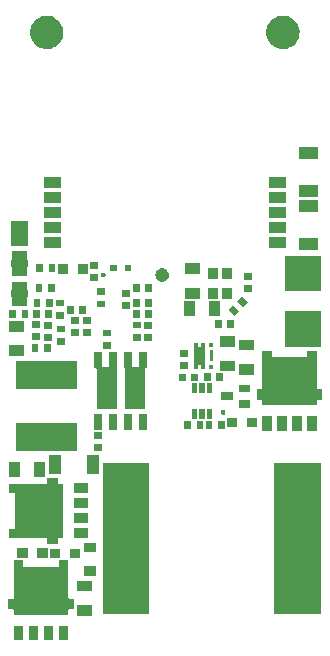
<source format=gts>
G04 #@! TF.FileFunction,Soldermask,Top*
%FSLAX46Y46*%
G04 Gerber Fmt 4.6, Leading zero omitted, Abs format (unit mm)*
G04 Created by KiCad (PCBNEW 4.0.2-stable) date 1/2/2018 2:21:40 AM*
%MOMM*%
G01*
G04 APERTURE LIST*
%ADD10C,0.050000*%
G04 APERTURE END LIST*
D10*
G36*
X39973902Y-110162575D02*
X39183902Y-110162575D01*
X39183902Y-108942575D01*
X39973902Y-108942575D01*
X39973902Y-110162575D01*
X39973902Y-110162575D01*
G37*
G36*
X38703902Y-110162575D02*
X37913902Y-110162575D01*
X37913902Y-108942575D01*
X38703902Y-108942575D01*
X38703902Y-110162575D01*
X38703902Y-110162575D01*
G37*
G36*
X37433902Y-110162575D02*
X36643902Y-110162575D01*
X36643902Y-108942575D01*
X37433902Y-108942575D01*
X37433902Y-110162575D01*
X37433902Y-110162575D01*
G37*
G36*
X36163902Y-110162575D02*
X35373902Y-110162575D01*
X35373902Y-108942575D01*
X36163902Y-108942575D01*
X36163902Y-110162575D01*
X36163902Y-110162575D01*
G37*
G36*
X42017302Y-108149615D02*
X40747302Y-108149615D01*
X40747302Y-107229615D01*
X42017302Y-107229615D01*
X42017302Y-108149615D01*
X42017302Y-108149615D01*
G37*
G36*
X36153902Y-103900075D02*
X36156475Y-103918184D01*
X36163992Y-103934858D01*
X36175856Y-103948779D01*
X36191129Y-103958843D01*
X36208601Y-103964254D01*
X36218902Y-103965075D01*
X39128902Y-103965075D01*
X39147011Y-103962502D01*
X39163685Y-103954985D01*
X39177606Y-103943121D01*
X39187670Y-103927848D01*
X39193081Y-103910376D01*
X39193902Y-103900075D01*
X39193902Y-103416015D01*
X39963902Y-103416015D01*
X39963902Y-106582575D01*
X39966475Y-106600684D01*
X39973992Y-106617358D01*
X39985856Y-106631279D01*
X40001129Y-106641343D01*
X40018601Y-106646754D01*
X40028902Y-106647575D01*
X40458902Y-106647575D01*
X40458902Y-107572575D01*
X40028902Y-107572575D01*
X40010793Y-107575148D01*
X39994119Y-107582665D01*
X39980198Y-107594529D01*
X39970134Y-107609802D01*
X39964723Y-107627274D01*
X39963902Y-107637575D01*
X39963902Y-108020075D01*
X35383902Y-108020075D01*
X35383902Y-107637575D01*
X35381329Y-107619466D01*
X35373812Y-107602792D01*
X35361948Y-107588871D01*
X35346675Y-107578807D01*
X35329203Y-107573396D01*
X35318902Y-107572575D01*
X34888902Y-107572575D01*
X34888902Y-106647575D01*
X35318902Y-106647575D01*
X35337011Y-106645002D01*
X35353685Y-106637485D01*
X35367606Y-106625621D01*
X35377670Y-106610348D01*
X35383081Y-106592876D01*
X35383902Y-106582575D01*
X35383902Y-103416015D01*
X36153902Y-103416015D01*
X36153902Y-103900075D01*
X36153902Y-103900075D01*
G37*
G36*
X61338702Y-107963015D02*
X57418702Y-107963015D01*
X57418702Y-95143015D01*
X61338702Y-95143015D01*
X61338702Y-107963015D01*
X61338702Y-107963015D01*
G37*
G36*
X46838702Y-107963015D02*
X42918702Y-107963015D01*
X42918702Y-95143015D01*
X46838702Y-95143015D01*
X46838702Y-107963015D01*
X46838702Y-107963015D01*
G37*
G36*
X42017302Y-106049615D02*
X40747302Y-106049615D01*
X40747302Y-105129615D01*
X42017302Y-105129615D01*
X42017302Y-106049615D01*
X42017302Y-106049615D01*
G37*
G36*
X42338702Y-104738015D02*
X41318702Y-104738015D01*
X41318702Y-103918015D01*
X42338702Y-103918015D01*
X42338702Y-104738015D01*
X42338702Y-104738015D01*
G37*
G36*
X39303202Y-103238015D02*
X38408202Y-103238015D01*
X38408202Y-102418015D01*
X39303202Y-102418015D01*
X39303202Y-103238015D01*
X39303202Y-103238015D01*
G37*
G36*
X41003202Y-103238015D02*
X40108202Y-103238015D01*
X40108202Y-102418015D01*
X41003202Y-102418015D01*
X41003202Y-103238015D01*
X41003202Y-103238015D01*
G37*
G36*
X38234802Y-103176295D02*
X37339802Y-103176295D01*
X37339802Y-102356295D01*
X38234802Y-102356295D01*
X38234802Y-103176295D01*
X38234802Y-103176295D01*
G37*
G36*
X36534802Y-103176295D02*
X35639802Y-103176295D01*
X35639802Y-102356295D01*
X36534802Y-102356295D01*
X36534802Y-103176295D01*
X36534802Y-103176295D01*
G37*
G36*
X42338702Y-102738015D02*
X41318702Y-102738015D01*
X41318702Y-101918015D01*
X42338702Y-101918015D01*
X42338702Y-102738015D01*
X42338702Y-102738015D01*
G37*
G36*
X39097502Y-96850215D02*
X39100075Y-96868324D01*
X39107592Y-96884998D01*
X39119456Y-96898919D01*
X39134729Y-96908983D01*
X39152201Y-96914394D01*
X39162502Y-96915215D01*
X39545002Y-96915215D01*
X39545002Y-101495215D01*
X39162502Y-101495215D01*
X39144393Y-101497788D01*
X39127719Y-101505305D01*
X39113798Y-101517169D01*
X39103734Y-101532442D01*
X39098323Y-101549914D01*
X39097502Y-101560215D01*
X39097502Y-101990215D01*
X38172502Y-101990215D01*
X38172502Y-101560215D01*
X38169929Y-101542106D01*
X38162412Y-101525432D01*
X38150548Y-101511511D01*
X38135275Y-101501447D01*
X38117803Y-101496036D01*
X38107502Y-101495215D01*
X34940942Y-101495215D01*
X34940942Y-100725215D01*
X35425002Y-100725215D01*
X35443111Y-100722642D01*
X35459785Y-100715125D01*
X35473706Y-100703261D01*
X35483770Y-100687988D01*
X35489181Y-100670516D01*
X35490002Y-100660215D01*
X35490002Y-97750215D01*
X35487429Y-97732106D01*
X35479912Y-97715432D01*
X35468048Y-97701511D01*
X35452775Y-97691447D01*
X35435303Y-97686036D01*
X35425002Y-97685215D01*
X34940942Y-97685215D01*
X34940942Y-96915215D01*
X38107502Y-96915215D01*
X38125611Y-96912642D01*
X38142285Y-96905125D01*
X38156206Y-96893261D01*
X38166270Y-96877988D01*
X38171681Y-96860516D01*
X38172502Y-96850215D01*
X38172502Y-96420215D01*
X39097502Y-96420215D01*
X39097502Y-96850215D01*
X39097502Y-96850215D01*
G37*
G36*
X41687502Y-101505215D02*
X40467502Y-101505215D01*
X40467502Y-100715215D01*
X41687502Y-100715215D01*
X41687502Y-101505215D01*
X41687502Y-101505215D01*
G37*
G36*
X41687502Y-100235215D02*
X40467502Y-100235215D01*
X40467502Y-99445215D01*
X41687502Y-99445215D01*
X41687502Y-100235215D01*
X41687502Y-100235215D01*
G37*
G36*
X41687502Y-98965215D02*
X40467502Y-98965215D01*
X40467502Y-98175215D01*
X41687502Y-98175215D01*
X41687502Y-98965215D01*
X41687502Y-98965215D01*
G37*
G36*
X41687502Y-97695215D02*
X40467502Y-97695215D01*
X40467502Y-96905215D01*
X41687502Y-96905215D01*
X41687502Y-97695215D01*
X41687502Y-97695215D01*
G37*
G36*
X37972502Y-96360415D02*
X37052502Y-96360415D01*
X37052502Y-95090415D01*
X37972502Y-95090415D01*
X37972502Y-96360415D01*
X37972502Y-96360415D01*
G37*
G36*
X35872502Y-96360415D02*
X34952502Y-96360415D01*
X34952502Y-95090415D01*
X35872502Y-95090415D01*
X35872502Y-96360415D01*
X35872502Y-96360415D01*
G37*
G36*
X42568482Y-96068455D02*
X41548482Y-96068455D01*
X41548482Y-94498455D01*
X42568482Y-94498455D01*
X42568482Y-96068455D01*
X42568482Y-96068455D01*
G37*
G36*
X39368482Y-96068455D02*
X38348482Y-96068455D01*
X38348482Y-94498455D01*
X39368482Y-94498455D01*
X39368482Y-96068455D01*
X39368482Y-96068455D01*
G37*
G36*
X42828372Y-94167502D02*
X42158372Y-94167502D01*
X42158372Y-93597502D01*
X42828372Y-93597502D01*
X42828372Y-94167502D01*
X42828372Y-94167502D01*
G37*
G36*
X40691102Y-94116415D02*
X35571102Y-94116415D01*
X35571102Y-91746415D01*
X40691102Y-91746415D01*
X40691102Y-94116415D01*
X40691102Y-94116415D01*
G37*
G36*
X42828372Y-93127502D02*
X42158372Y-93127502D01*
X42158372Y-92557502D01*
X42828372Y-92557502D01*
X42828372Y-93127502D01*
X42828372Y-93127502D01*
G37*
G36*
X61007642Y-92423815D02*
X60217642Y-92423815D01*
X60217642Y-91203815D01*
X61007642Y-91203815D01*
X61007642Y-92423815D01*
X61007642Y-92423815D01*
G37*
G36*
X59737642Y-92423815D02*
X58947642Y-92423815D01*
X58947642Y-91203815D01*
X59737642Y-91203815D01*
X59737642Y-92423815D01*
X59737642Y-92423815D01*
G37*
G36*
X58467642Y-92423815D02*
X57677642Y-92423815D01*
X57677642Y-91203815D01*
X58467642Y-91203815D01*
X58467642Y-92423815D01*
X58467642Y-92423815D01*
G37*
G36*
X57197642Y-92423815D02*
X56407642Y-92423815D01*
X56407642Y-91203815D01*
X57197642Y-91203815D01*
X57197642Y-92423815D01*
X57197642Y-92423815D01*
G37*
G36*
X44130302Y-92375415D02*
X43460302Y-92375415D01*
X43460302Y-91055415D01*
X44130302Y-91055415D01*
X44130302Y-92375415D01*
X44130302Y-92375415D01*
G37*
G36*
X42860302Y-92375415D02*
X42190302Y-92375415D01*
X42190302Y-91055415D01*
X42860302Y-91055415D01*
X42860302Y-92375415D01*
X42860302Y-92375415D01*
G37*
G36*
X45400302Y-92375415D02*
X44730302Y-92375415D01*
X44730302Y-91055415D01*
X45400302Y-91055415D01*
X45400302Y-92375415D01*
X45400302Y-92375415D01*
G37*
G36*
X46670302Y-92375415D02*
X46000302Y-92375415D01*
X46000302Y-91055415D01*
X46670302Y-91055415D01*
X46670302Y-92375415D01*
X46670302Y-92375415D01*
G37*
G36*
X52186842Y-92324075D02*
X51616842Y-92324075D01*
X51616842Y-91654075D01*
X52186842Y-91654075D01*
X52186842Y-92324075D01*
X52186842Y-92324075D01*
G37*
G36*
X53226842Y-92324075D02*
X52656842Y-92324075D01*
X52656842Y-91654075D01*
X53226842Y-91654075D01*
X53226842Y-92324075D01*
X53226842Y-92324075D01*
G37*
G36*
X50364962Y-92306295D02*
X49794962Y-92306295D01*
X49794962Y-91636295D01*
X50364962Y-91636295D01*
X50364962Y-92306295D01*
X50364962Y-92306295D01*
G37*
G36*
X51404962Y-92306295D02*
X50834962Y-92306295D01*
X50834962Y-91636295D01*
X51404962Y-91636295D01*
X51404962Y-92306295D01*
X51404962Y-92306295D01*
G37*
G36*
X54277542Y-92150155D02*
X53382542Y-92150155D01*
X53382542Y-91330155D01*
X54277542Y-91330155D01*
X54277542Y-92150155D01*
X54277542Y-92150155D01*
G37*
G36*
X55977542Y-92150155D02*
X55082542Y-92150155D01*
X55082542Y-91330155D01*
X55977542Y-91330155D01*
X55977542Y-92150155D01*
X55977542Y-92150155D01*
G37*
G36*
X50863702Y-91452015D02*
X50433702Y-91452015D01*
X50433702Y-90632015D01*
X50863702Y-90632015D01*
X50863702Y-91452015D01*
X50863702Y-91452015D01*
G37*
G36*
X52163702Y-91452015D02*
X51733702Y-91452015D01*
X51733702Y-90632015D01*
X52163702Y-90632015D01*
X52163702Y-91452015D01*
X52163702Y-91452015D01*
G37*
G36*
X51513702Y-91452015D02*
X51083702Y-91452015D01*
X51083702Y-90632015D01*
X51513702Y-90632015D01*
X51513702Y-91452015D01*
X51513702Y-91452015D01*
G37*
G36*
X53098519Y-90669231D02*
X53138862Y-90677512D01*
X53176826Y-90693471D01*
X53210969Y-90716501D01*
X53239993Y-90745729D01*
X53262780Y-90780024D01*
X53278475Y-90818106D01*
X53286385Y-90858051D01*
X53286385Y-90858068D01*
X53286471Y-90858503D01*
X53285814Y-90905542D01*
X53285715Y-90905977D01*
X53285715Y-90905991D01*
X53276693Y-90945704D01*
X53259943Y-90983324D01*
X53236202Y-91016979D01*
X53206377Y-91045381D01*
X53171605Y-91067448D01*
X53133206Y-91082342D01*
X53092656Y-91089493D01*
X53051477Y-91088630D01*
X53011255Y-91079786D01*
X52973511Y-91063296D01*
X52939696Y-91039795D01*
X52911088Y-91010169D01*
X52888777Y-90975549D01*
X52873618Y-90937261D01*
X52866183Y-90896755D01*
X52866758Y-90855574D01*
X52875322Y-90815287D01*
X52891545Y-90777434D01*
X52914810Y-90743456D01*
X52944239Y-90714638D01*
X52978697Y-90692089D01*
X53016880Y-90676662D01*
X53057340Y-90668944D01*
X53098519Y-90669231D01*
X53098519Y-90669231D01*
G37*
G36*
X45400302Y-86990415D02*
X45402875Y-87008524D01*
X45410392Y-87025198D01*
X45422256Y-87039119D01*
X45437529Y-87049183D01*
X45455001Y-87054594D01*
X45465302Y-87055415D01*
X45930302Y-87055415D01*
X45948411Y-87052842D01*
X45965085Y-87045325D01*
X45979006Y-87033461D01*
X45989070Y-87018188D01*
X45994481Y-87000716D01*
X45995302Y-86990415D01*
X45995302Y-85805415D01*
X46665302Y-85805415D01*
X46665302Y-87125415D01*
X46555302Y-87125415D01*
X46537193Y-87127988D01*
X46520519Y-87135505D01*
X46506598Y-87147369D01*
X46496534Y-87162642D01*
X46491123Y-87180114D01*
X46490302Y-87190415D01*
X46490302Y-90575415D01*
X44770302Y-90575415D01*
X44770302Y-87190415D01*
X44767729Y-87172306D01*
X44760212Y-87155632D01*
X44748348Y-87141711D01*
X44733075Y-87131647D01*
X44730302Y-87130788D01*
X44730302Y-85805415D01*
X45400302Y-85805415D01*
X45400302Y-86990415D01*
X45400302Y-86990415D01*
G37*
G36*
X42860302Y-86990415D02*
X42862875Y-87008524D01*
X42870392Y-87025198D01*
X42882256Y-87039119D01*
X42897529Y-87049183D01*
X42915001Y-87054594D01*
X42925302Y-87055415D01*
X43395302Y-87055415D01*
X43413411Y-87052842D01*
X43430085Y-87045325D01*
X43444006Y-87033461D01*
X43454070Y-87018188D01*
X43459481Y-87000716D01*
X43460302Y-86990415D01*
X43460302Y-85805415D01*
X44130302Y-85805415D01*
X44130302Y-87131095D01*
X44120519Y-87135505D01*
X44106598Y-87147369D01*
X44096534Y-87162642D01*
X44091123Y-87180114D01*
X44090302Y-87190415D01*
X44090302Y-90575415D01*
X42370302Y-90575415D01*
X42370302Y-87190415D01*
X42367729Y-87172306D01*
X42360212Y-87155632D01*
X42348348Y-87141711D01*
X42333075Y-87131647D01*
X42315603Y-87126236D01*
X42305302Y-87125415D01*
X42190302Y-87125415D01*
X42190302Y-85805415D01*
X42860302Y-85805415D01*
X42860302Y-86990415D01*
X42860302Y-86990415D01*
G37*
G36*
X55370102Y-90477255D02*
X54420102Y-90477255D01*
X54420102Y-89837255D01*
X55370102Y-89837255D01*
X55370102Y-90477255D01*
X55370102Y-90477255D01*
G37*
G36*
X57187642Y-86161315D02*
X57190215Y-86179424D01*
X57197732Y-86196098D01*
X57209596Y-86210019D01*
X57224869Y-86220083D01*
X57242341Y-86225494D01*
X57252642Y-86226315D01*
X60162642Y-86226315D01*
X60180751Y-86223742D01*
X60197425Y-86216225D01*
X60211346Y-86204361D01*
X60221410Y-86189088D01*
X60226821Y-86171616D01*
X60227642Y-86161315D01*
X60227642Y-85677255D01*
X60997642Y-85677255D01*
X60997642Y-88843815D01*
X61000215Y-88861924D01*
X61007732Y-88878598D01*
X61019596Y-88892519D01*
X61034869Y-88902583D01*
X61052341Y-88907994D01*
X61062642Y-88908815D01*
X61492642Y-88908815D01*
X61492642Y-89833815D01*
X61062642Y-89833815D01*
X61044533Y-89836388D01*
X61027859Y-89843905D01*
X61013938Y-89855769D01*
X61003874Y-89871042D01*
X60998463Y-89888514D01*
X60997642Y-89898815D01*
X60997642Y-90281315D01*
X56417642Y-90281315D01*
X56417642Y-89898815D01*
X56415069Y-89880706D01*
X56407552Y-89864032D01*
X56395688Y-89850111D01*
X56380415Y-89840047D01*
X56362943Y-89834636D01*
X56352642Y-89833815D01*
X55922642Y-89833815D01*
X55922642Y-88908815D01*
X56352642Y-88908815D01*
X56370751Y-88906242D01*
X56387425Y-88898725D01*
X56401346Y-88886861D01*
X56411410Y-88871588D01*
X56416821Y-88854116D01*
X56417642Y-88843815D01*
X56417642Y-85677255D01*
X57187642Y-85677255D01*
X57187642Y-86161315D01*
X57187642Y-86161315D01*
G37*
G36*
X53900102Y-89827255D02*
X52950102Y-89827255D01*
X52950102Y-89187255D01*
X53900102Y-89187255D01*
X53900102Y-89827255D01*
X53900102Y-89827255D01*
G37*
G36*
X52163702Y-89252015D02*
X51733702Y-89252015D01*
X51733702Y-88432015D01*
X52163702Y-88432015D01*
X52163702Y-89252015D01*
X52163702Y-89252015D01*
G37*
G36*
X51513702Y-89252015D02*
X51083702Y-89252015D01*
X51083702Y-88432015D01*
X51513702Y-88432015D01*
X51513702Y-89252015D01*
X51513702Y-89252015D01*
G37*
G36*
X50863702Y-89252015D02*
X50433702Y-89252015D01*
X50433702Y-88432015D01*
X50863702Y-88432015D01*
X50863702Y-89252015D01*
X50863702Y-89252015D01*
G37*
G36*
X55370102Y-89177255D02*
X54420102Y-89177255D01*
X54420102Y-88537255D01*
X55370102Y-88537255D01*
X55370102Y-89177255D01*
X55370102Y-89177255D01*
G37*
G36*
X40691102Y-88916415D02*
X35571102Y-88916415D01*
X35571102Y-86546415D01*
X40691102Y-86546415D01*
X40691102Y-88916415D01*
X40691102Y-88916415D01*
G37*
G36*
X49910302Y-88262615D02*
X49340302Y-88262615D01*
X49340302Y-87592615D01*
X49910302Y-87592615D01*
X49910302Y-88262615D01*
X49910302Y-88262615D01*
G37*
G36*
X50950302Y-88262615D02*
X50380302Y-88262615D01*
X50380302Y-87592615D01*
X50950302Y-87592615D01*
X50950302Y-88262615D01*
X50950302Y-88262615D01*
G37*
G36*
X52045742Y-88237215D02*
X51475742Y-88237215D01*
X51475742Y-87567215D01*
X52045742Y-87567215D01*
X52045742Y-88237215D01*
X52045742Y-88237215D01*
G37*
G36*
X53085742Y-88237215D02*
X52515742Y-88237215D01*
X52515742Y-87567215D01*
X53085742Y-87567215D01*
X53085742Y-88237215D01*
X53085742Y-88237215D01*
G37*
G36*
X55733302Y-87735815D02*
X54463302Y-87735815D01*
X54463302Y-86815815D01*
X55733302Y-86815815D01*
X55733302Y-87735815D01*
X55733302Y-87735815D01*
G37*
G36*
X54133102Y-87418315D02*
X52863102Y-87418315D01*
X52863102Y-86498315D01*
X54133102Y-86498315D01*
X54133102Y-87418315D01*
X54133102Y-87418315D01*
G37*
G36*
X52235302Y-87249415D02*
X51895302Y-87249415D01*
X51895302Y-86859415D01*
X52235302Y-86859415D01*
X52235302Y-87249415D01*
X52235302Y-87249415D01*
G37*
G36*
X50935302Y-85294415D02*
X50937875Y-85312524D01*
X50945392Y-85329198D01*
X50957256Y-85343119D01*
X50972529Y-85353183D01*
X50990001Y-85358594D01*
X51000302Y-85359415D01*
X51180302Y-85359415D01*
X51198411Y-85356842D01*
X51215085Y-85349325D01*
X51229006Y-85337461D01*
X51239070Y-85322188D01*
X51244481Y-85304716D01*
X51245302Y-85294415D01*
X51245302Y-84989415D01*
X51585302Y-84989415D01*
X51585302Y-85420620D01*
X51581123Y-85434114D01*
X51580302Y-85444415D01*
X51580302Y-86794415D01*
X51582875Y-86812524D01*
X51585302Y-86817908D01*
X51585302Y-87249415D01*
X51245302Y-87249415D01*
X51245302Y-86944415D01*
X51242729Y-86926306D01*
X51235212Y-86909632D01*
X51223348Y-86895711D01*
X51208075Y-86885647D01*
X51190603Y-86880236D01*
X51180302Y-86879415D01*
X51000302Y-86879415D01*
X50982193Y-86881988D01*
X50965519Y-86889505D01*
X50951598Y-86901369D01*
X50941534Y-86916642D01*
X50936123Y-86934114D01*
X50935302Y-86944415D01*
X50935302Y-87249415D01*
X50595302Y-87249415D01*
X50595302Y-86835494D01*
X50604070Y-86822188D01*
X50609481Y-86804716D01*
X50610302Y-86794415D01*
X50610302Y-85444415D01*
X50607729Y-85426306D01*
X50600212Y-85409632D01*
X50595302Y-85403871D01*
X50595302Y-84989415D01*
X50935302Y-84989415D01*
X50935302Y-85294415D01*
X50935302Y-85294415D01*
G37*
G36*
X50101842Y-87208615D02*
X49431842Y-87208615D01*
X49431842Y-86638615D01*
X50101842Y-86638615D01*
X50101842Y-87208615D01*
X50101842Y-87208615D01*
G37*
G36*
X52225302Y-86544415D02*
X51955302Y-86544415D01*
X51955302Y-85634415D01*
X52225302Y-85634415D01*
X52225302Y-86544415D01*
X52225302Y-86544415D01*
G37*
G36*
X50101842Y-86168615D02*
X49431842Y-86168615D01*
X49431842Y-85598615D01*
X50101842Y-85598615D01*
X50101842Y-86168615D01*
X50101842Y-86168615D01*
G37*
G36*
X36256582Y-86137975D02*
X34986582Y-86137975D01*
X34986582Y-85217975D01*
X36256582Y-85217975D01*
X36256582Y-86137975D01*
X36256582Y-86137975D01*
G37*
G36*
X37456302Y-85748015D02*
X36886302Y-85748015D01*
X36886302Y-85078015D01*
X37456302Y-85078015D01*
X37456302Y-85748015D01*
X37456302Y-85748015D01*
G37*
G36*
X38496302Y-85748015D02*
X37926302Y-85748015D01*
X37926302Y-85078015D01*
X38496302Y-85078015D01*
X38496302Y-85748015D01*
X38496302Y-85748015D01*
G37*
G36*
X55733302Y-85635815D02*
X54463302Y-85635815D01*
X54463302Y-84715815D01*
X55733302Y-84715815D01*
X55733302Y-85635815D01*
X55733302Y-85635815D01*
G37*
G36*
X43604522Y-85491575D02*
X42934522Y-85491575D01*
X42934522Y-84921575D01*
X43604522Y-84921575D01*
X43604522Y-85491575D01*
X43604522Y-85491575D01*
G37*
G36*
X52235302Y-85379415D02*
X51895302Y-85379415D01*
X51895302Y-84989415D01*
X52235302Y-84989415D01*
X52235302Y-85379415D01*
X52235302Y-85379415D01*
G37*
G36*
X61360642Y-85323315D02*
X58340642Y-85323315D01*
X58340642Y-82303315D01*
X61360642Y-82303315D01*
X61360642Y-85323315D01*
X61360642Y-85323315D01*
G37*
G36*
X54133102Y-85318315D02*
X52863102Y-85318315D01*
X52863102Y-84398315D01*
X54133102Y-84398315D01*
X54133102Y-85318315D01*
X54133102Y-85318315D01*
G37*
G36*
X39659902Y-85140215D02*
X38989902Y-85140215D01*
X38989902Y-84570215D01*
X39659902Y-84570215D01*
X39659902Y-85140215D01*
X39659902Y-85140215D01*
G37*
G36*
X47079242Y-84846415D02*
X46409242Y-84846415D01*
X46409242Y-84276415D01*
X47079242Y-84276415D01*
X47079242Y-84846415D01*
X47079242Y-84846415D01*
G37*
G36*
X38633742Y-84834415D02*
X37963742Y-84834415D01*
X37963742Y-84264415D01*
X38633742Y-84264415D01*
X38633742Y-84834415D01*
X38633742Y-84834415D01*
G37*
G36*
X46114042Y-84821715D02*
X45444042Y-84821715D01*
X45444042Y-84251715D01*
X46114042Y-84251715D01*
X46114042Y-84821715D01*
X46114042Y-84821715D01*
G37*
G36*
X37605042Y-84758215D02*
X36935042Y-84758215D01*
X36935042Y-84188215D01*
X37605042Y-84188215D01*
X37605042Y-84758215D01*
X37605042Y-84758215D01*
G37*
G36*
X43604522Y-84451575D02*
X42934522Y-84451575D01*
X42934522Y-83881575D01*
X43604522Y-83881575D01*
X43604522Y-84451575D01*
X43604522Y-84451575D01*
G37*
G36*
X40874022Y-84437095D02*
X40204022Y-84437095D01*
X40204022Y-83867095D01*
X40874022Y-83867095D01*
X40874022Y-84437095D01*
X40874022Y-84437095D01*
G37*
G36*
X41872242Y-84427315D02*
X41202242Y-84427315D01*
X41202242Y-83857315D01*
X41872242Y-83857315D01*
X41872242Y-84427315D01*
X41872242Y-84427315D01*
G37*
G36*
X39659902Y-84100215D02*
X38989902Y-84100215D01*
X38989902Y-83530215D01*
X39659902Y-83530215D01*
X39659902Y-84100215D01*
X39659902Y-84100215D01*
G37*
G36*
X36256582Y-84037975D02*
X34986582Y-84037975D01*
X34986582Y-83117975D01*
X36256582Y-83117975D01*
X36256582Y-84037975D01*
X36256582Y-84037975D01*
G37*
G36*
X47079242Y-83806415D02*
X46409242Y-83806415D01*
X46409242Y-83236415D01*
X47079242Y-83236415D01*
X47079242Y-83806415D01*
X47079242Y-83806415D01*
G37*
G36*
X38633742Y-83794415D02*
X37963742Y-83794415D01*
X37963742Y-83224415D01*
X38633742Y-83224415D01*
X38633742Y-83794415D01*
X38633742Y-83794415D01*
G37*
G36*
X46114042Y-83781715D02*
X45444042Y-83781715D01*
X45444042Y-83211715D01*
X46114042Y-83211715D01*
X46114042Y-83781715D01*
X46114042Y-83781715D01*
G37*
G36*
X54005922Y-83746495D02*
X53435922Y-83746495D01*
X53435922Y-83076495D01*
X54005922Y-83076495D01*
X54005922Y-83746495D01*
X54005922Y-83746495D01*
G37*
G36*
X52965922Y-83746495D02*
X52395922Y-83746495D01*
X52395922Y-83076495D01*
X52965922Y-83076495D01*
X52965922Y-83746495D01*
X52965922Y-83746495D01*
G37*
G36*
X37605042Y-83718215D02*
X36935042Y-83718215D01*
X36935042Y-83148215D01*
X37605042Y-83148215D01*
X37605042Y-83718215D01*
X37605042Y-83718215D01*
G37*
G36*
X40874022Y-83397095D02*
X40204022Y-83397095D01*
X40204022Y-82827095D01*
X40874022Y-82827095D01*
X40874022Y-83397095D01*
X40874022Y-83397095D01*
G37*
G36*
X41872242Y-83387315D02*
X41202242Y-83387315D01*
X41202242Y-82817315D01*
X41872242Y-82817315D01*
X41872242Y-83387315D01*
X41872242Y-83387315D01*
G37*
G36*
X39611642Y-82941415D02*
X38941642Y-82941415D01*
X38941642Y-82371415D01*
X39611642Y-82371415D01*
X39611642Y-82941415D01*
X39611642Y-82941415D01*
G37*
G36*
X36589142Y-82910835D02*
X36019142Y-82910835D01*
X36019142Y-82240835D01*
X36589142Y-82240835D01*
X36589142Y-82910835D01*
X36589142Y-82910835D01*
G37*
G36*
X35549142Y-82910835D02*
X34979142Y-82910835D01*
X34979142Y-82240835D01*
X35549142Y-82240835D01*
X35549142Y-82910835D01*
X35549142Y-82910835D01*
G37*
G36*
X38591042Y-82903215D02*
X38021042Y-82903215D01*
X38021042Y-82233215D01*
X38591042Y-82233215D01*
X38591042Y-82903215D01*
X38591042Y-82903215D01*
G37*
G36*
X37551042Y-82903215D02*
X36981042Y-82903215D01*
X36981042Y-82233215D01*
X37551042Y-82233215D01*
X37551042Y-82903215D01*
X37551042Y-82903215D01*
G37*
G36*
X46032502Y-82890515D02*
X45462502Y-82890515D01*
X45462502Y-82220515D01*
X46032502Y-82220515D01*
X46032502Y-82890515D01*
X46032502Y-82890515D01*
G37*
G36*
X47072502Y-82890515D02*
X46502502Y-82890515D01*
X46502502Y-82220515D01*
X47072502Y-82220515D01*
X47072502Y-82890515D01*
X47072502Y-82890515D01*
G37*
G36*
X50733862Y-82756175D02*
X49813862Y-82756175D01*
X49813862Y-81486175D01*
X50733862Y-81486175D01*
X50733862Y-82756175D01*
X50733862Y-82756175D01*
G37*
G36*
X52833862Y-82756175D02*
X51913862Y-82756175D01*
X51913862Y-81486175D01*
X52833862Y-81486175D01*
X52833862Y-82756175D01*
X52833862Y-82756175D01*
G37*
G36*
X54435444Y-82292592D02*
X54032393Y-82695643D01*
X53558632Y-82221882D01*
X53961683Y-81818831D01*
X54435444Y-82292592D01*
X54435444Y-82292592D01*
G37*
G36*
X41465942Y-82522215D02*
X40895942Y-82522215D01*
X40895942Y-81852215D01*
X41465942Y-81852215D01*
X41465942Y-82522215D01*
X41465942Y-82522215D01*
G37*
G36*
X40425942Y-82522215D02*
X39855942Y-82522215D01*
X39855942Y-81852215D01*
X40425942Y-81852215D01*
X40425942Y-82522215D01*
X40425942Y-82522215D01*
G37*
G36*
X45186942Y-82137415D02*
X44516942Y-82137415D01*
X44516942Y-81567415D01*
X45186942Y-81567415D01*
X45186942Y-82137415D01*
X45186942Y-82137415D01*
G37*
G36*
X43104142Y-82000915D02*
X42434142Y-82000915D01*
X42434142Y-81430915D01*
X43104142Y-81430915D01*
X43104142Y-82000915D01*
X43104142Y-82000915D01*
G37*
G36*
X47078642Y-81976115D02*
X46508642Y-81976115D01*
X46508642Y-81306115D01*
X47078642Y-81306115D01*
X47078642Y-81976115D01*
X47078642Y-81976115D01*
G37*
G36*
X46038642Y-81976115D02*
X45468642Y-81976115D01*
X45468642Y-81306115D01*
X46038642Y-81306115D01*
X46038642Y-81976115D01*
X46038642Y-81976115D01*
G37*
G36*
X55170836Y-81557200D02*
X54767785Y-81960251D01*
X54294024Y-81486490D01*
X54697075Y-81083439D01*
X55170836Y-81557200D01*
X55170836Y-81557200D01*
G37*
G36*
X38649082Y-81955795D02*
X38079082Y-81955795D01*
X38079082Y-81285795D01*
X38649082Y-81285795D01*
X38649082Y-81955795D01*
X38649082Y-81955795D01*
G37*
G36*
X37609082Y-81955795D02*
X37039082Y-81955795D01*
X37039082Y-81285795D01*
X37609082Y-81285795D01*
X37609082Y-81955795D01*
X37609082Y-81955795D01*
G37*
G36*
X39611642Y-81901415D02*
X38941642Y-81901415D01*
X38941642Y-81331415D01*
X39611642Y-81331415D01*
X39611642Y-81901415D01*
X39611642Y-81901415D01*
G37*
G36*
X36490262Y-80433666D02*
X36492835Y-80451775D01*
X36501122Y-80469637D01*
X36507371Y-80479043D01*
X36562299Y-80612310D01*
X36590207Y-80753252D01*
X36590207Y-80753269D01*
X36590293Y-80753705D01*
X36587994Y-80918341D01*
X36587895Y-80918776D01*
X36587895Y-80918788D01*
X36556063Y-81058900D01*
X36495881Y-81194072D01*
X36490262Y-81220510D01*
X36490262Y-81835775D01*
X35220262Y-81835775D01*
X35220262Y-81216461D01*
X35217689Y-81198352D01*
X35209899Y-81181250D01*
X35198376Y-81163370D01*
X35145313Y-81029347D01*
X35119293Y-80887578D01*
X35121306Y-80743448D01*
X35151275Y-80602456D01*
X35208057Y-80469972D01*
X35208893Y-80468751D01*
X35217001Y-80452356D01*
X35220262Y-80432026D01*
X35220262Y-79815775D01*
X36490262Y-79815775D01*
X36490262Y-80433666D01*
X36490262Y-80433666D01*
G37*
G36*
X53826822Y-81279155D02*
X53006822Y-81279155D01*
X53006822Y-80384155D01*
X53826822Y-80384155D01*
X53826822Y-81279155D01*
X53826822Y-81279155D01*
G37*
G36*
X52653342Y-81267295D02*
X51833342Y-81267295D01*
X51833342Y-80372295D01*
X52653342Y-80372295D01*
X52653342Y-81267295D01*
X52653342Y-81267295D01*
G37*
G36*
X51151142Y-81248655D02*
X49881142Y-81248655D01*
X49881142Y-80328655D01*
X51151142Y-80328655D01*
X51151142Y-81248655D01*
X51151142Y-81248655D01*
G37*
G36*
X45186942Y-81097415D02*
X44516942Y-81097415D01*
X44516942Y-80527415D01*
X45186942Y-80527415D01*
X45186942Y-81097415D01*
X45186942Y-81097415D01*
G37*
G36*
X43104142Y-80960915D02*
X42434142Y-80960915D01*
X42434142Y-80390915D01*
X43104142Y-80390915D01*
X43104142Y-80960915D01*
X43104142Y-80960915D01*
G37*
G36*
X46032502Y-80702415D02*
X45462502Y-80702415D01*
X45462502Y-80032415D01*
X46032502Y-80032415D01*
X46032502Y-80702415D01*
X46032502Y-80702415D01*
G37*
G36*
X47072502Y-80702415D02*
X46502502Y-80702415D01*
X46502502Y-80032415D01*
X47072502Y-80032415D01*
X47072502Y-80702415D01*
X47072502Y-80702415D01*
G37*
G36*
X55524742Y-80701135D02*
X54854742Y-80701135D01*
X54854742Y-80131135D01*
X55524742Y-80131135D01*
X55524742Y-80701135D01*
X55524742Y-80701135D01*
G37*
G36*
X37781422Y-80680715D02*
X37211422Y-80680715D01*
X37211422Y-80010715D01*
X37781422Y-80010715D01*
X37781422Y-80680715D01*
X37781422Y-80680715D01*
G37*
G36*
X38821422Y-80680715D02*
X38251422Y-80680715D01*
X38251422Y-80010715D01*
X38821422Y-80010715D01*
X38821422Y-80680715D01*
X38821422Y-80680715D01*
G37*
G36*
X61360642Y-80623315D02*
X58340642Y-80623315D01*
X58340642Y-77603315D01*
X61360642Y-77603315D01*
X61360642Y-80623315D01*
X61360642Y-80623315D01*
G37*
G36*
X47990817Y-78663655D02*
X48101275Y-78686328D01*
X48205232Y-78730028D01*
X48298716Y-78793084D01*
X48378171Y-78873096D01*
X48440576Y-78967022D01*
X48483547Y-79071278D01*
X48505361Y-79181442D01*
X48505361Y-79181462D01*
X48505446Y-79181893D01*
X48503648Y-79310690D01*
X48503549Y-79311125D01*
X48503549Y-79311137D01*
X48478668Y-79420654D01*
X48432803Y-79523670D01*
X48367803Y-79615812D01*
X48286143Y-79693575D01*
X48190933Y-79753997D01*
X48085797Y-79794777D01*
X47974753Y-79814358D01*
X47862009Y-79811995D01*
X47751878Y-79787782D01*
X47648545Y-79742637D01*
X47555946Y-79678279D01*
X47477616Y-79597165D01*
X47416529Y-79502376D01*
X47375019Y-79397536D01*
X47354663Y-79286625D01*
X47356238Y-79173870D01*
X47379683Y-79063569D01*
X47424104Y-78959927D01*
X47487815Y-78866880D01*
X47568378Y-78787986D01*
X47662739Y-78726238D01*
X47767287Y-78683998D01*
X47878059Y-78662868D01*
X47990817Y-78663655D01*
X47990817Y-78663655D01*
G37*
G36*
X42502162Y-79779115D02*
X41832162Y-79779115D01*
X41832162Y-79209115D01*
X42502162Y-79209115D01*
X42502162Y-79779115D01*
X42502162Y-79779115D01*
G37*
G36*
X55524742Y-79661135D02*
X54854742Y-79661135D01*
X54854742Y-79091135D01*
X55524742Y-79091135D01*
X55524742Y-79661135D01*
X55524742Y-79661135D01*
G37*
G36*
X53826822Y-79579155D02*
X53006822Y-79579155D01*
X53006822Y-78684155D01*
X53826822Y-78684155D01*
X53826822Y-79579155D01*
X53826822Y-79579155D01*
G37*
G36*
X52653342Y-79567295D02*
X51833342Y-79567295D01*
X51833342Y-78672295D01*
X52653342Y-78672295D01*
X52653342Y-79567295D01*
X52653342Y-79567295D01*
G37*
G36*
X42958839Y-79033491D02*
X42999182Y-79041772D01*
X43037146Y-79057731D01*
X43071289Y-79080761D01*
X43100313Y-79109989D01*
X43123100Y-79144284D01*
X43138795Y-79182366D01*
X43146705Y-79222311D01*
X43146705Y-79222328D01*
X43146791Y-79222763D01*
X43146134Y-79269802D01*
X43146035Y-79270237D01*
X43146035Y-79270251D01*
X43137013Y-79309964D01*
X43120263Y-79347584D01*
X43096522Y-79381239D01*
X43066697Y-79409641D01*
X43031925Y-79431708D01*
X42993526Y-79446602D01*
X42952976Y-79453753D01*
X42911797Y-79452890D01*
X42871575Y-79444046D01*
X42833831Y-79427556D01*
X42800016Y-79404055D01*
X42771408Y-79374429D01*
X42749097Y-79339809D01*
X42733938Y-79301521D01*
X42726503Y-79261015D01*
X42727078Y-79219834D01*
X42735642Y-79179547D01*
X42751865Y-79141694D01*
X42775130Y-79107716D01*
X42804559Y-79078898D01*
X42839017Y-79056349D01*
X42877200Y-79040922D01*
X42917660Y-79033204D01*
X42958839Y-79033491D01*
X42958839Y-79033491D01*
G37*
G36*
X36490262Y-77893666D02*
X36492835Y-77911775D01*
X36501122Y-77929637D01*
X36507371Y-77939043D01*
X36562299Y-78072310D01*
X36590207Y-78213252D01*
X36590207Y-78213269D01*
X36590293Y-78213705D01*
X36587994Y-78378341D01*
X36587895Y-78378776D01*
X36587895Y-78378788D01*
X36556063Y-78518900D01*
X36495881Y-78654072D01*
X36490262Y-78680510D01*
X36490262Y-79345775D01*
X35220262Y-79345775D01*
X35220262Y-78676461D01*
X35217689Y-78658352D01*
X35209899Y-78641250D01*
X35198376Y-78623370D01*
X35145313Y-78489347D01*
X35119293Y-78347578D01*
X35121306Y-78203448D01*
X35151275Y-78062456D01*
X35208057Y-77929972D01*
X35208893Y-77928751D01*
X35217001Y-77912356D01*
X35220262Y-77892026D01*
X35220262Y-77225775D01*
X36490262Y-77225775D01*
X36490262Y-77893666D01*
X36490262Y-77893666D01*
G37*
G36*
X39984122Y-79173295D02*
X39089122Y-79173295D01*
X39089122Y-78353295D01*
X39984122Y-78353295D01*
X39984122Y-79173295D01*
X39984122Y-79173295D01*
G37*
G36*
X41684122Y-79173295D02*
X40789122Y-79173295D01*
X40789122Y-78353295D01*
X41684122Y-78353295D01*
X41684122Y-79173295D01*
X41684122Y-79173295D01*
G37*
G36*
X51151142Y-79148655D02*
X49881142Y-79148655D01*
X49881142Y-78228655D01*
X51151142Y-78228655D01*
X51151142Y-79148655D01*
X51151142Y-79148655D01*
G37*
G36*
X38892222Y-78966215D02*
X38322222Y-78966215D01*
X38322222Y-78296215D01*
X38892222Y-78296215D01*
X38892222Y-78966215D01*
X38892222Y-78966215D01*
G37*
G36*
X37852222Y-78966215D02*
X37282222Y-78966215D01*
X37282222Y-78296215D01*
X37852222Y-78296215D01*
X37852222Y-78966215D01*
X37852222Y-78966215D01*
G37*
G36*
X44072522Y-78906455D02*
X43552522Y-78906455D01*
X43552522Y-78386455D01*
X44072522Y-78386455D01*
X44072522Y-78906455D01*
X44072522Y-78906455D01*
G37*
G36*
X45272522Y-78906455D02*
X44752522Y-78906455D01*
X44752522Y-78386455D01*
X45272522Y-78386455D01*
X45272522Y-78906455D01*
X45272522Y-78906455D01*
G37*
G36*
X42502162Y-78739115D02*
X41832162Y-78739115D01*
X41832162Y-78169115D01*
X42502162Y-78169115D01*
X42502162Y-78739115D01*
X42502162Y-78739115D01*
G37*
G36*
X61080142Y-77159815D02*
X59510142Y-77159815D01*
X59510142Y-76139815D01*
X61080142Y-76139815D01*
X61080142Y-77159815D01*
X61080142Y-77159815D01*
G37*
G36*
X58422642Y-76995315D02*
X56952642Y-76995315D01*
X56952642Y-76025315D01*
X58422642Y-76025315D01*
X58422642Y-76995315D01*
X58422642Y-76995315D01*
G37*
G36*
X39380642Y-76995315D02*
X37910642Y-76995315D01*
X37910642Y-76025315D01*
X39380642Y-76025315D01*
X39380642Y-76995315D01*
X39380642Y-76995315D01*
G37*
G36*
X36590262Y-76805775D02*
X35120262Y-76805775D01*
X35120262Y-74685775D01*
X36590262Y-74685775D01*
X36590262Y-76805775D01*
X36590262Y-76805775D01*
G37*
G36*
X58422642Y-75725315D02*
X56952642Y-75725315D01*
X56952642Y-74755315D01*
X58422642Y-74755315D01*
X58422642Y-75725315D01*
X58422642Y-75725315D01*
G37*
G36*
X39380642Y-75725315D02*
X37910642Y-75725315D01*
X37910642Y-74755315D01*
X39380642Y-74755315D01*
X39380642Y-75725315D01*
X39380642Y-75725315D01*
G37*
G36*
X39380642Y-74455315D02*
X37910642Y-74455315D01*
X37910642Y-73485315D01*
X39380642Y-73485315D01*
X39380642Y-74455315D01*
X39380642Y-74455315D01*
G37*
G36*
X58422642Y-74455315D02*
X56952642Y-74455315D01*
X56952642Y-73485315D01*
X58422642Y-73485315D01*
X58422642Y-74455315D01*
X58422642Y-74455315D01*
G37*
G36*
X61080142Y-73959815D02*
X59510142Y-73959815D01*
X59510142Y-72939815D01*
X61080142Y-72939815D01*
X61080142Y-73959815D01*
X61080142Y-73959815D01*
G37*
G36*
X39380642Y-73185315D02*
X37910642Y-73185315D01*
X37910642Y-72215315D01*
X39380642Y-72215315D01*
X39380642Y-73185315D01*
X39380642Y-73185315D01*
G37*
G36*
X58422642Y-73185315D02*
X56952642Y-73185315D01*
X56952642Y-72215315D01*
X58422642Y-72215315D01*
X58422642Y-73185315D01*
X58422642Y-73185315D01*
G37*
G36*
X61080142Y-72651315D02*
X59510142Y-72651315D01*
X59510142Y-71631315D01*
X61080142Y-71631315D01*
X61080142Y-72651315D01*
X61080142Y-72651315D01*
G37*
G36*
X39380642Y-71915315D02*
X37910642Y-71915315D01*
X37910642Y-70945315D01*
X39380642Y-70945315D01*
X39380642Y-71915315D01*
X39380642Y-71915315D01*
G37*
G36*
X58422642Y-71915315D02*
X56952642Y-71915315D01*
X56952642Y-70945315D01*
X58422642Y-70945315D01*
X58422642Y-71915315D01*
X58422642Y-71915315D01*
G37*
G36*
X61080142Y-69451315D02*
X59510142Y-69451315D01*
X59510142Y-68431315D01*
X61080142Y-68431315D01*
X61080142Y-69451315D01*
X61080142Y-69451315D01*
G37*
G36*
X58294441Y-57308551D02*
X58565308Y-57364152D01*
X58820217Y-57471306D01*
X59049461Y-57625933D01*
X59244303Y-57822139D01*
X59397325Y-58052457D01*
X59502697Y-58308106D01*
X59556316Y-58578905D01*
X59556316Y-58578922D01*
X59556402Y-58579357D01*
X59551992Y-58895190D01*
X59551893Y-58895625D01*
X59551893Y-58895637D01*
X59490733Y-59164833D01*
X59378262Y-59417449D01*
X59218872Y-59643398D01*
X59018628Y-59834088D01*
X58785157Y-59982252D01*
X58527356Y-60082247D01*
X58255038Y-60130265D01*
X57978585Y-60124473D01*
X57708519Y-60065096D01*
X57455128Y-59954392D01*
X57228070Y-59796582D01*
X57035986Y-59597673D01*
X56886193Y-59365240D01*
X56784402Y-59108147D01*
X56734486Y-58836174D01*
X56738347Y-58559683D01*
X56795838Y-58289208D01*
X56904769Y-58035053D01*
X57060989Y-57806899D01*
X57258554Y-57613428D01*
X57489931Y-57462020D01*
X57746313Y-57358435D01*
X58017935Y-57306621D01*
X58294441Y-57308551D01*
X58294441Y-57308551D01*
G37*
G36*
X38294441Y-57308551D02*
X38565308Y-57364152D01*
X38820217Y-57471306D01*
X39049461Y-57625933D01*
X39244303Y-57822139D01*
X39397325Y-58052457D01*
X39502697Y-58308106D01*
X39556316Y-58578905D01*
X39556316Y-58578922D01*
X39556402Y-58579357D01*
X39551992Y-58895190D01*
X39551893Y-58895625D01*
X39551893Y-58895637D01*
X39490733Y-59164833D01*
X39378262Y-59417449D01*
X39218872Y-59643398D01*
X39018628Y-59834088D01*
X38785157Y-59982252D01*
X38527356Y-60082247D01*
X38255038Y-60130265D01*
X37978585Y-60124473D01*
X37708519Y-60065096D01*
X37455128Y-59954392D01*
X37228070Y-59796582D01*
X37035986Y-59597673D01*
X36886193Y-59365240D01*
X36784402Y-59108147D01*
X36734486Y-58836174D01*
X36738347Y-58559683D01*
X36795838Y-58289208D01*
X36904769Y-58035053D01*
X37060989Y-57806899D01*
X37258554Y-57613428D01*
X37489931Y-57462020D01*
X37746313Y-57358435D01*
X38017935Y-57306621D01*
X38294441Y-57308551D01*
X38294441Y-57308551D01*
G37*
M02*

</source>
